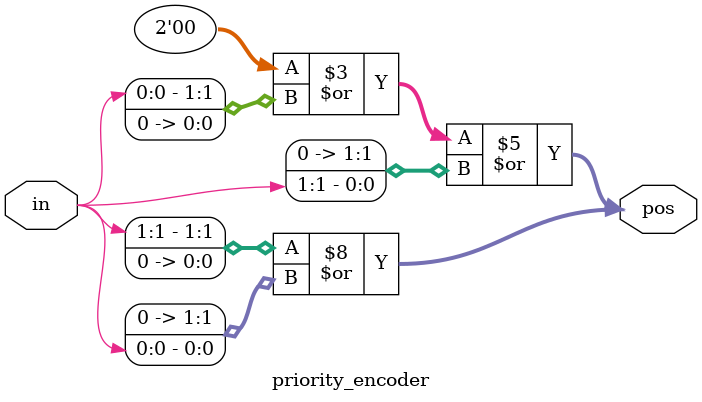
<source format=v>
module priority_encoder( 
input [2:0] in,
output reg [1:0] pos ); 
// When sel=1, assign b to out
assign pos = (in[1] << 2) | (in[0] << 1) | (in[1] << 0);
// When sel=0, assign b to out
assign pos = (in[1] << 1) | (in[0] << 0);
endmodule

</source>
